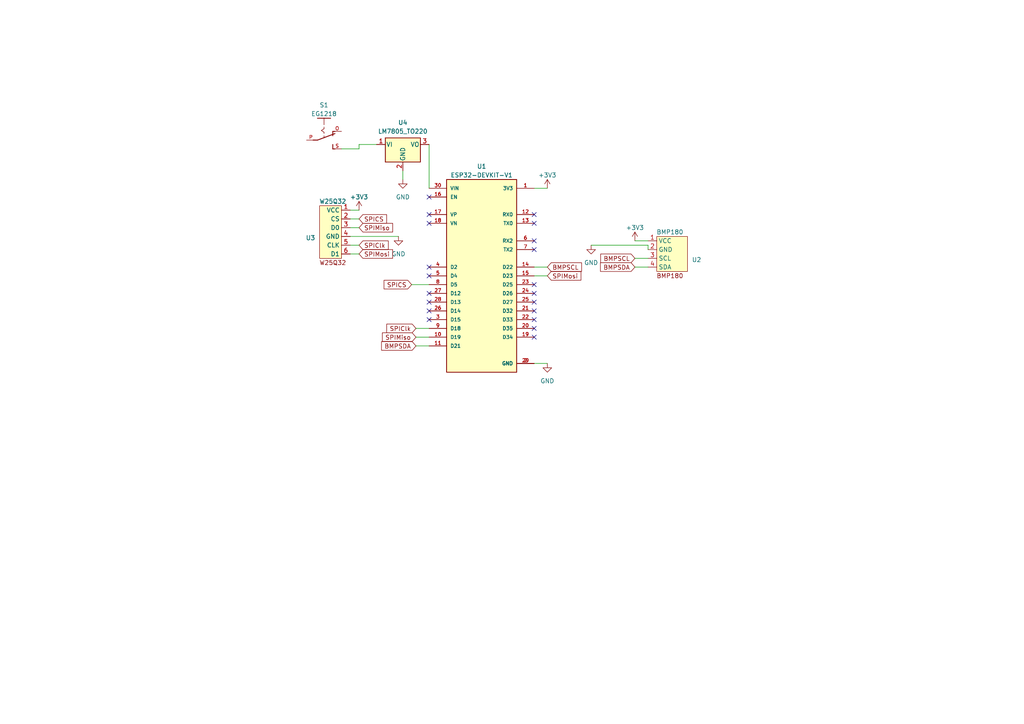
<source format=kicad_sch>
(kicad_sch (version 20230121) (generator eeschema)

  (uuid dfc17b42-3f68-4c36-889f-a163e1b4a301)

  (paper "A4")

  (title_block
    (title "Altímetro ")
    (date "2023-03-17")
    (rev "00")
    (company "Potiguar Rocket Design")
    (comment 1 "Renan de Aquino")
  )

  (lib_symbols
    (symbol "BMP180_1" (in_bom yes) (on_board yes)
      (property "Reference" "U" (at 0 6.35 0)
        (effects (font (size 1.27 1.27)))
      )
      (property "Value" "" (at -5.08 3.81 0)
        (effects (font (size 1.27 1.27)))
      )
      (property "Footprint" "" (at -5.08 3.81 0)
        (effects (font (size 1.27 1.27)) hide)
      )
      (property "Datasheet" "" (at -5.08 3.81 0)
        (effects (font (size 1.27 1.27)) hide)
      )
      (symbol "BMP180_1_0_1"
        (rectangle (start -2.54 5.08) (end 6.35 -5.08)
          (stroke (width 0) (type default))
          (fill (type background))
        )
        (text "BMP180" (at 1.27 -6.35 0)
          (effects (font (size 1.27 1.27)))
        )
      )
      (symbol "BMP180_1_1_1"
        (pin input line (at -5.08 3.81 0) (length 2.54)
          (name "VCC" (effects (font (size 1.27 1.27))))
          (number "1" (effects (font (size 1.27 1.27))))
        )
        (pin input line (at -5.08 1.27 0) (length 2.54)
          (name "GND" (effects (font (size 1.27 1.27))))
          (number "2" (effects (font (size 1.27 1.27))))
        )
        (pin input line (at -5.08 -1.27 0) (length 2.54)
          (name "SCL" (effects (font (size 1.27 1.27))))
          (number "3" (effects (font (size 1.27 1.27))))
        )
        (pin input line (at -5.08 -3.81 0) (length 2.54)
          (name "SDA" (effects (font (size 1.27 1.27))))
          (number "4" (effects (font (size 1.27 1.27))))
        )
      )
    )
    (symbol "ESP32-DEVKIT-V1_1" (pin_names (offset 1.016)) (in_bom yes) (on_board yes)
      (property "Reference" "U" (at -1.27 36.83 0)
        (effects (font (size 1.27 1.27)) (justify left top))
      )
      (property "Value" "ESP32-DEVKIT-V1" (at -10.16 -30.48 0)
        (effects (font (size 1.27 1.27)) (justify left bottom))
      )
      (property "Footprint" "MODULE_ESP32_DEVKIT_V1" (at 0 31.75 0)
        (effects (font (size 1.27 1.27)) (justify bottom) hide)
      )
      (property "Datasheet" "" (at 0 0 0)
        (effects (font (size 1.27 1.27)) hide)
      )
      (property "STANDARD" "Manufacturer Recommendations" (at 0 -35.56 0)
        (effects (font (size 1.27 1.27)) (justify bottom) hide)
      )
      (property "MAXIMUM_PACKAGE_HEIGHT" "6.8 mm" (at 7.62 -38.1 0)
        (effects (font (size 1.27 1.27)) (justify bottom) hide)
      )
      (property "PARTREV" "N/A" (at 0 39.37 0)
        (effects (font (size 1.27 1.27)) (justify bottom) hide)
      )
      (property "MANUFACTURER" "DOIT" (at -3.81 -38.1 0)
        (effects (font (size 1.27 1.27)) (justify bottom) hide)
      )
      (symbol "ESP32-DEVKIT-V1_1_0_0"
        (rectangle (start -10.16 27.94) (end 10.16 -27.94)
          (stroke (width 0.254) (type default))
          (fill (type background))
        )
        (pin output line (at 15.24 25.4 180) (length 5.08)
          (name "3V3" (effects (font (size 1.016 1.016))))
          (number "1" (effects (font (size 1.016 1.016))))
        )
        (pin bidirectional line (at -15.24 -17.78 0) (length 5.08)
          (name "D19" (effects (font (size 1.016 1.016))))
          (number "10" (effects (font (size 1.016 1.016))))
        )
        (pin bidirectional line (at -15.24 -20.32 0) (length 5.08)
          (name "D21" (effects (font (size 1.016 1.016))))
          (number "11" (effects (font (size 1.016 1.016))))
        )
        (pin input line (at 15.24 17.78 180) (length 5.08)
          (name "RX0" (effects (font (size 1.016 1.016))))
          (number "12" (effects (font (size 1.016 1.016))))
        )
        (pin output line (at 15.24 15.24 180) (length 5.08)
          (name "TX0" (effects (font (size 1.016 1.016))))
          (number "13" (effects (font (size 1.016 1.016))))
        )
        (pin bidirectional line (at 15.24 2.54 180) (length 5.08)
          (name "D22" (effects (font (size 1.016 1.016))))
          (number "14" (effects (font (size 1.016 1.016))))
        )
        (pin bidirectional line (at 15.24 0 180) (length 5.08)
          (name "D23" (effects (font (size 1.016 1.016))))
          (number "15" (effects (font (size 1.016 1.016))))
        )
        (pin input line (at -15.24 22.86 0) (length 5.08)
          (name "EN" (effects (font (size 1.016 1.016))))
          (number "16" (effects (font (size 1.016 1.016))))
        )
        (pin bidirectional line (at -15.24 17.78 0) (length 5.08)
          (name "VP" (effects (font (size 1.016 1.016))))
          (number "17" (effects (font (size 1.016 1.016))))
        )
        (pin bidirectional line (at -15.24 15.24 0) (length 5.08)
          (name "VN" (effects (font (size 1.016 1.016))))
          (number "18" (effects (font (size 1.016 1.016))))
        )
        (pin bidirectional line (at 15.24 -17.78 180) (length 5.08)
          (name "D34" (effects (font (size 1.016 1.016))))
          (number "19" (effects (font (size 1.016 1.016))))
        )
        (pin power_in line (at 15.24 -25.4 180) (length 5.08)
          (name "GND" (effects (font (size 1.016 1.016))))
          (number "2" (effects (font (size 1.016 1.016))))
        )
        (pin bidirectional line (at 15.24 -15.24 180) (length 5.08)
          (name "D35" (effects (font (size 1.016 1.016))))
          (number "20" (effects (font (size 1.016 1.016))))
        )
        (pin bidirectional line (at 15.24 -10.16 180) (length 5.08)
          (name "D32" (effects (font (size 1.016 1.016))))
          (number "21" (effects (font (size 1.016 1.016))))
        )
        (pin bidirectional line (at 15.24 -12.7 180) (length 5.08)
          (name "D33" (effects (font (size 1.016 1.016))))
          (number "22" (effects (font (size 1.016 1.016))))
        )
        (pin bidirectional line (at 15.24 -2.54 180) (length 5.08)
          (name "D25" (effects (font (size 1.016 1.016))))
          (number "23" (effects (font (size 1.016 1.016))))
        )
        (pin bidirectional line (at 15.24 -5.08 180) (length 5.08)
          (name "D26" (effects (font (size 1.016 1.016))))
          (number "24" (effects (font (size 1.016 1.016))))
        )
        (pin bidirectional line (at 15.24 -7.62 180) (length 5.08)
          (name "D27" (effects (font (size 1.016 1.016))))
          (number "25" (effects (font (size 1.016 1.016))))
        )
        (pin bidirectional line (at -15.24 -10.16 0) (length 5.08)
          (name "D14" (effects (font (size 1.016 1.016))))
          (number "26" (effects (font (size 1.016 1.016))))
        )
        (pin bidirectional line (at -15.24 -5.08 0) (length 5.08)
          (name "D12" (effects (font (size 1.016 1.016))))
          (number "27" (effects (font (size 1.016 1.016))))
        )
        (pin bidirectional line (at -15.24 -7.62 0) (length 5.08)
          (name "D13" (effects (font (size 1.016 1.016))))
          (number "28" (effects (font (size 1.016 1.016))))
        )
        (pin power_in line (at 15.24 -25.4 180) (length 5.08)
          (name "GND" (effects (font (size 1.016 1.016))))
          (number "29" (effects (font (size 1.016 1.016))))
        )
        (pin bidirectional line (at -15.24 -12.7 0) (length 5.08)
          (name "D15" (effects (font (size 1.016 1.016))))
          (number "3" (effects (font (size 1.016 1.016))))
        )
        (pin input line (at -15.24 25.4 0) (length 5.08)
          (name "VIN" (effects (font (size 1.016 1.016))))
          (number "30" (effects (font (size 1.016 1.016))))
        )
        (pin bidirectional line (at -15.24 2.54 0) (length 5.08)
          (name "D2" (effects (font (size 1.016 1.016))))
          (number "4" (effects (font (size 1.016 1.016))))
        )
        (pin bidirectional line (at -15.24 0 0) (length 5.08)
          (name "D4" (effects (font (size 1.016 1.016))))
          (number "5" (effects (font (size 1.016 1.016))))
        )
        (pin input line (at 15.24 10.16 180) (length 5.08)
          (name "RX2" (effects (font (size 1.016 1.016))))
          (number "6" (effects (font (size 1.016 1.016))))
        )
        (pin output line (at 15.24 7.62 180) (length 5.08)
          (name "TX2" (effects (font (size 1.016 1.016))))
          (number "7" (effects (font (size 1.016 1.016))))
        )
        (pin bidirectional line (at -15.24 -2.54 0) (length 5.08)
          (name "D5" (effects (font (size 1.016 1.016))))
          (number "8" (effects (font (size 1.016 1.016))))
        )
        (pin bidirectional line (at -15.24 -15.24 0) (length 5.08)
          (name "D18" (effects (font (size 1.016 1.016))))
          (number "9" (effects (font (size 1.016 1.016))))
        )
      )
    )
    (symbol "Regulator_Linear:LM7805_TO220" (pin_names (offset 0.254)) (in_bom yes) (on_board yes)
      (property "Reference" "U" (at -3.81 3.175 0)
        (effects (font (size 1.27 1.27)))
      )
      (property "Value" "LM7805_TO220" (at 0 3.175 0)
        (effects (font (size 1.27 1.27)) (justify left))
      )
      (property "Footprint" "Package_TO_SOT_THT:TO-220-3_Vertical" (at 0 5.715 0)
        (effects (font (size 1.27 1.27) italic) hide)
      )
      (property "Datasheet" "https://www.onsemi.cn/PowerSolutions/document/MC7800-D.PDF" (at 0 -1.27 0)
        (effects (font (size 1.27 1.27)) hide)
      )
      (property "ki_keywords" "Voltage Regulator 1A Positive" (at 0 0 0)
        (effects (font (size 1.27 1.27)) hide)
      )
      (property "ki_description" "Positive 1A 35V Linear Regulator, Fixed Output 5V, TO-220" (at 0 0 0)
        (effects (font (size 1.27 1.27)) hide)
      )
      (property "ki_fp_filters" "TO?220*" (at 0 0 0)
        (effects (font (size 1.27 1.27)) hide)
      )
      (symbol "LM7805_TO220_0_1"
        (rectangle (start -5.08 1.905) (end 5.08 -5.08)
          (stroke (width 0.254) (type default))
          (fill (type background))
        )
      )
      (symbol "LM7805_TO220_1_1"
        (pin power_in line (at -7.62 0 0) (length 2.54)
          (name "VI" (effects (font (size 1.27 1.27))))
          (number "1" (effects (font (size 1.27 1.27))))
        )
        (pin power_in line (at 0 -7.62 90) (length 2.54)
          (name "GND" (effects (font (size 1.27 1.27))))
          (number "2" (effects (font (size 1.27 1.27))))
        )
        (pin power_out line (at 7.62 0 180) (length 2.54)
          (name "VO" (effects (font (size 1.27 1.27))))
          (number "3" (effects (font (size 1.27 1.27))))
        )
      )
    )
    (symbol "W25Q32_1" (in_bom yes) (on_board yes)
      (property "Reference" "U" (at 0 5.08 0)
        (effects (font (size 1.27 1.27)))
      )
      (property "Value" "" (at 0 0 0)
        (effects (font (size 1.27 1.27)))
      )
      (property "Footprint" "" (at 0 0 0)
        (effects (font (size 1.27 1.27)) hide)
      )
      (property "Datasheet" "" (at 0 0 0)
        (effects (font (size 1.27 1.27)) hide)
      )
      (symbol "W25Q32_1_0_1"
        (rectangle (start 1.27 3.81) (end 7.62 -11.43)
          (stroke (width 0) (type default))
          (fill (type background))
        )
        (text "W25Q32" (at 3.81 -12.7 0)
          (effects (font (size 1.27 1.27)))
        )
      )
      (symbol "W25Q32_1_1_1"
        (pin input line (at -1.27 2.54 0) (length 2.54)
          (name "VCC" (effects (font (size 1.27 1.27))))
          (number "1" (effects (font (size 1.27 1.27))))
        )
        (pin input line (at -1.27 0 0) (length 2.54)
          (name "CS" (effects (font (size 1.27 1.27))))
          (number "2" (effects (font (size 1.27 1.27))))
        )
        (pin input line (at -1.27 -2.54 0) (length 2.54)
          (name "D0" (effects (font (size 1.27 1.27))))
          (number "3" (effects (font (size 1.27 1.27))))
        )
        (pin input line (at -1.27 -5.08 0) (length 2.54)
          (name "GND" (effects (font (size 1.27 1.27))))
          (number "4" (effects (font (size 1.27 1.27))))
        )
        (pin input line (at -1.27 -7.62 0) (length 2.54)
          (name "CLK" (effects (font (size 1.27 1.27))))
          (number "5" (effects (font (size 1.27 1.27))))
        )
        (pin input line (at -1.27 -10.16 0) (length 2.54)
          (name "D1" (effects (font (size 1.27 1.27))))
          (number "6" (effects (font (size 1.27 1.27))))
        )
      )
    )
    (symbol "componentes_altprd:EG1218" (pin_names (offset 1.016)) (in_bom yes) (on_board yes)
      (property "Reference" "S" (at 0.635 -3.81 0)
        (effects (font (size 1.27 1.27)) (justify left bottom))
      )
      (property "Value" "EG1218" (at 1.905 8.89 0)
        (effects (font (size 1.27 1.27)) (justify left bottom))
      )
      (property "Footprint" "EG1218" (at 0 -5.08 0)
        (effects (font (size 1.27 1.27)) (justify bottom) hide)
      )
      (property "Datasheet" "" (at -1.27 5.08 90)
        (effects (font (size 1.27 1.27)) hide)
      )
      (symbol "EG1218_0_0"
        (polyline
          (pts
            (xy -4.445 2.54)
            (xy -3.175 2.54)
          )
          (stroke (width 0.254) (type default))
          (fill (type none))
        )
        (polyline
          (pts
            (xy -3.175 2.54)
            (xy 1.905 4.445)
          )
          (stroke (width 0.254) (type default))
          (fill (type none))
        )
        (polyline
          (pts
            (xy -2.032 5.334)
            (xy -1.27 4.826)
          )
          (stroke (width 0.1524) (type default))
          (fill (type none))
        )
        (polyline
          (pts
            (xy -1.27 3.81)
            (xy -1.27 3.175)
          )
          (stroke (width 0.1524) (type default))
          (fill (type none))
        )
        (polyline
          (pts
            (xy -1.27 4.826)
            (xy -1.27 4.445)
          )
          (stroke (width 0.1524) (type default))
          (fill (type none))
        )
        (polyline
          (pts
            (xy -1.27 5.842)
            (xy -2.032 5.334)
          )
          (stroke (width 0.1524) (type default))
          (fill (type none))
        )
        (polyline
          (pts
            (xy -1.27 6.35)
            (xy -1.27 5.842)
          )
          (stroke (width 0.1524) (type default))
          (fill (type none))
        )
        (polyline
          (pts
            (xy -1.27 8.89)
            (xy -3.175 8.89)
          )
          (stroke (width 0.254) (type default))
          (fill (type none))
        )
        (polyline
          (pts
            (xy -1.27 8.89)
            (xy -1.27 6.985)
          )
          (stroke (width 0.1524) (type default))
          (fill (type none))
        )
        (polyline
          (pts
            (xy 0.635 8.89)
            (xy -1.27 8.89)
          )
          (stroke (width 0.254) (type default))
          (fill (type none))
        )
        (polyline
          (pts
            (xy 1.27 0)
            (xy 1.905 0)
          )
          (stroke (width 0.254) (type default))
          (fill (type none))
        )
        (polyline
          (pts
            (xy 1.27 1.27)
            (xy 1.27 0)
          )
          (stroke (width 0.254) (type default))
          (fill (type none))
        )
        (polyline
          (pts
            (xy 1.27 5.08)
            (xy 1.27 3.81)
          )
          (stroke (width 0.254) (type default))
          (fill (type none))
        )
        (polyline
          (pts
            (xy 1.27 5.08)
            (xy 1.905 5.08)
          )
          (stroke (width 0.254) (type default))
          (fill (type none))
        )
        (pin passive line (at 3.81 5.08 180) (length 2.54)
          (name "~" (effects (font (size 1.016 1.016))))
          (number "O" (effects (font (size 1.016 1.016))))
        )
        (pin passive line (at -6.35 2.54 0) (length 2.54)
          (name "~" (effects (font (size 1.016 1.016))))
          (number "P" (effects (font (size 1.016 1.016))))
        )
        (pin passive line (at 3.81 0 180) (length 2.54)
          (name "~" (effects (font (size 1.016 1.016))))
          (number "S" (effects (font (size 1.016 1.016))))
        )
      )
    )
    (symbol "power:+3V3" (power) (pin_names (offset 0)) (in_bom yes) (on_board yes)
      (property "Reference" "#PWR" (at 0 -3.81 0)
        (effects (font (size 1.27 1.27)) hide)
      )
      (property "Value" "+3V3" (at 0 3.556 0)
        (effects (font (size 1.27 1.27)))
      )
      (property "Footprint" "" (at 0 0 0)
        (effects (font (size 1.27 1.27)) hide)
      )
      (property "Datasheet" "" (at 0 0 0)
        (effects (font (size 1.27 1.27)) hide)
      )
      (property "ki_keywords" "global power" (at 0 0 0)
        (effects (font (size 1.27 1.27)) hide)
      )
      (property "ki_description" "Power symbol creates a global label with name \"+3V3\"" (at 0 0 0)
        (effects (font (size 1.27 1.27)) hide)
      )
      (symbol "+3V3_0_1"
        (polyline
          (pts
            (xy -0.762 1.27)
            (xy 0 2.54)
          )
          (stroke (width 0) (type default))
          (fill (type none))
        )
        (polyline
          (pts
            (xy 0 0)
            (xy 0 2.54)
          )
          (stroke (width 0) (type default))
          (fill (type none))
        )
        (polyline
          (pts
            (xy 0 2.54)
            (xy 0.762 1.27)
          )
          (stroke (width 0) (type default))
          (fill (type none))
        )
      )
      (symbol "+3V3_1_1"
        (pin power_in line (at 0 0 90) (length 0) hide
          (name "+3V3" (effects (font (size 1.27 1.27))))
          (number "1" (effects (font (size 1.27 1.27))))
        )
      )
    )
    (symbol "power:GND" (power) (pin_names (offset 0)) (in_bom yes) (on_board yes)
      (property "Reference" "#PWR" (at 0 -6.35 0)
        (effects (font (size 1.27 1.27)) hide)
      )
      (property "Value" "GND" (at 0 -3.81 0)
        (effects (font (size 1.27 1.27)))
      )
      (property "Footprint" "" (at 0 0 0)
        (effects (font (size 1.27 1.27)) hide)
      )
      (property "Datasheet" "" (at 0 0 0)
        (effects (font (size 1.27 1.27)) hide)
      )
      (property "ki_keywords" "global power" (at 0 0 0)
        (effects (font (size 1.27 1.27)) hide)
      )
      (property "ki_description" "Power symbol creates a global label with name \"GND\" , ground" (at 0 0 0)
        (effects (font (size 1.27 1.27)) hide)
      )
      (symbol "GND_0_1"
        (polyline
          (pts
            (xy 0 0)
            (xy 0 -1.27)
            (xy 1.27 -1.27)
            (xy 0 -2.54)
            (xy -1.27 -1.27)
            (xy 0 -1.27)
          )
          (stroke (width 0) (type default))
          (fill (type none))
        )
      )
      (symbol "GND_1_1"
        (pin power_in line (at 0 0 270) (length 0) hide
          (name "GND" (effects (font (size 1.27 1.27))))
          (number "1" (effects (font (size 1.27 1.27))))
        )
      )
    )
  )


  (no_connect (at 124.46 85.09) (uuid 03036451-7ee9-4219-8a97-37a95cd4119d))
  (no_connect (at 154.94 82.55) (uuid 09a6e000-11a0-4cc3-9f6e-2af5a0917224))
  (no_connect (at 124.46 87.63) (uuid 16e3021a-d099-4c85-8daf-eaef6aa60dd5))
  (no_connect (at 154.94 97.79) (uuid 3279d5ba-d6dd-4ff7-a89b-e3c5d3366992))
  (no_connect (at 154.94 87.63) (uuid 44944788-bfed-435c-b2ab-7ebda509e2db))
  (no_connect (at 154.94 64.77) (uuid 47aa3e0d-b253-4c3d-82b9-b26784facc52))
  (no_connect (at 154.94 90.17) (uuid 66bca95a-b43a-4563-a882-a92951e3b38a))
  (no_connect (at 154.94 72.39) (uuid 7c8836a9-6003-42d4-ae0e-b33160c822b5))
  (no_connect (at 124.46 90.17) (uuid 8486dd27-ebca-4150-9b0b-bdb8fe8d7972))
  (no_connect (at 154.94 85.09) (uuid 9c6f7b87-8516-4ef3-89cb-a53e994bd47f))
  (no_connect (at 124.46 92.71) (uuid 9fac59bf-e02d-4f0f-8cb5-313038371caa))
  (no_connect (at 124.46 62.23) (uuid a07d0231-089f-485f-8418-f95110a48a46))
  (no_connect (at 154.94 62.23) (uuid a2c71d99-0e8d-44e3-8054-168413afe457))
  (no_connect (at 124.46 64.77) (uuid aa4ec6bd-f409-46fd-ae6c-4588f14cf58e))
  (no_connect (at 124.46 80.01) (uuid ceafd288-c423-4fc9-9864-62ac422ee68f))
  (no_connect (at 154.94 69.85) (uuid d4ac17fa-db16-4cbf-93b9-75e639ad0efe))
  (no_connect (at 124.46 57.15) (uuid db30cadd-a1a4-488c-b890-7d2cbd9b3829))
  (no_connect (at 154.94 95.25) (uuid ddda7e3e-1ff9-452a-8a3a-561649079ad7))
  (no_connect (at 124.46 77.47) (uuid fbff5890-e4ba-46fc-830a-1ea07a56bbab))
  (no_connect (at 154.94 92.71) (uuid ff1f07d9-14d7-46e8-86fc-b63a70008fde))

  (wire (pts (xy 120.65 97.79) (xy 124.46 97.79))
    (stroke (width 0) (type default))
    (uuid 00601d8b-b9d9-40c2-bc90-347807e8ceea)
  )
  (wire (pts (xy 104.14 41.91) (xy 109.22 41.91))
    (stroke (width 0) (type default))
    (uuid 0642beac-3ce4-4342-83a8-60f704d1b4fe)
  )
  (wire (pts (xy 120.65 100.33) (xy 124.46 100.33))
    (stroke (width 0) (type default))
    (uuid 0de656e6-8ff3-49e4-a389-37c866d2d551)
  )
  (wire (pts (xy 154.94 80.01) (xy 158.75 80.01))
    (stroke (width 0) (type default))
    (uuid 17fdb60c-e1fb-4624-9da4-e9d9619eb375)
  )
  (wire (pts (xy 171.45 71.12) (xy 187.96 71.12))
    (stroke (width 0) (type default))
    (uuid 224a6e02-78a3-461b-a165-b04936ac21c8)
  )
  (wire (pts (xy 101.6 66.04) (xy 104.14 66.04))
    (stroke (width 0) (type default))
    (uuid 3c58195b-2584-49a7-a828-1b9a39835429)
  )
  (wire (pts (xy 184.15 69.85) (xy 187.96 69.85))
    (stroke (width 0) (type default))
    (uuid 40e8ac3f-ce0e-43ee-a32f-1f74be93873c)
  )
  (wire (pts (xy 116.84 49.53) (xy 116.84 52.07))
    (stroke (width 0) (type default))
    (uuid 4128e235-898b-42e7-8142-034813005155)
  )
  (wire (pts (xy 104.14 43.18) (xy 104.14 41.91))
    (stroke (width 0) (type default))
    (uuid 5ecb00a7-7cda-45c3-b5b0-aa0b97e06105)
  )
  (wire (pts (xy 101.6 63.5) (xy 104.14 63.5))
    (stroke (width 0) (type default))
    (uuid 6e20bd3e-6f6e-42f1-beb0-04e1a33f0e1a)
  )
  (wire (pts (xy 101.6 71.12) (xy 104.14 71.12))
    (stroke (width 0) (type default))
    (uuid 7f6028ae-33e3-4daa-9220-da15eab613a5)
  )
  (wire (pts (xy 187.96 71.12) (xy 187.96 72.39))
    (stroke (width 0) (type default))
    (uuid 8429e02a-c108-40ab-9974-9239bbcc648c)
  )
  (wire (pts (xy 101.6 68.58) (xy 115.57 68.58))
    (stroke (width 0) (type default))
    (uuid a04d52fd-a923-430c-b73a-678a884a6da9)
  )
  (wire (pts (xy 184.15 77.47) (xy 187.96 77.47))
    (stroke (width 0) (type default))
    (uuid a9e20ef5-530f-493a-9832-18c797422fbd)
  )
  (wire (pts (xy 101.6 60.96) (xy 104.14 60.96))
    (stroke (width 0) (type default))
    (uuid b6a4a9f9-6f12-467a-9732-c2e9b21a98e1)
  )
  (wire (pts (xy 99.06 43.18) (xy 104.14 43.18))
    (stroke (width 0) (type default))
    (uuid c2df5d52-655e-403f-886f-8391dc1eb21d)
  )
  (wire (pts (xy 124.46 41.91) (xy 124.46 54.61))
    (stroke (width 0) (type default))
    (uuid d104a9fc-cb80-4e40-b81f-4077220d1555)
  )
  (wire (pts (xy 120.65 95.25) (xy 124.46 95.25))
    (stroke (width 0) (type default))
    (uuid d8ecf6c2-30a7-4972-99c9-9c569dea74e4)
  )
  (wire (pts (xy 119.38 82.55) (xy 124.46 82.55))
    (stroke (width 0) (type default))
    (uuid dcd66fdc-e4cc-492f-ad6d-1d8f71a6515b)
  )
  (wire (pts (xy 184.15 74.93) (xy 187.96 74.93))
    (stroke (width 0) (type default))
    (uuid e688c0ed-2286-497d-b4bd-e8c6da859d19)
  )
  (wire (pts (xy 154.94 105.41) (xy 158.75 105.41))
    (stroke (width 0) (type default))
    (uuid e9a6d6a9-eefa-44fb-888a-dffc61a3c976)
  )
  (wire (pts (xy 154.94 77.47) (xy 158.75 77.47))
    (stroke (width 0) (type default))
    (uuid f52c898a-f39f-42c8-bd64-1948ae224165)
  )
  (wire (pts (xy 154.94 54.61) (xy 158.75 54.61))
    (stroke (width 0) (type default))
    (uuid fcc7ce18-018d-46ce-afaf-3ce4ebb66a1b)
  )
  (wire (pts (xy 101.6 73.66) (xy 104.14 73.66))
    (stroke (width 0) (type default))
    (uuid fe313ccf-2606-45c0-a5fb-8b6520843ddc)
  )

  (global_label "SPIMosi" (shape input) (at 158.75 80.01 0) (fields_autoplaced)
    (effects (font (size 1.27 1.27)) (justify left))
    (uuid 0027181a-e7ee-4a8a-9259-36c150165baa)
    (property "Intersheetrefs" "${INTERSHEET_REFS}" (at 168.4807 79.9306 0)
      (effects (font (size 1.27 1.27)) (justify left) hide)
    )
  )
  (global_label "BMPSDA" (shape input) (at 120.65 100.33 180) (fields_autoplaced)
    (effects (font (size 1.27 1.27)) (justify right))
    (uuid 143dd477-306a-4155-83b5-e3073223ecba)
    (property "Intersheetrefs" "${INTERSHEET_REFS}" (at 110.6774 100.2506 0)
      (effects (font (size 1.27 1.27)) (justify right) hide)
    )
  )
  (global_label "SPIClk" (shape input) (at 104.14 71.12 0) (fields_autoplaced)
    (effects (font (size 1.27 1.27)) (justify left))
    (uuid 3d5beb25-6811-4f60-be23-ad8a1e7d1de4)
    (property "Intersheetrefs" "${INTERSHEET_REFS}" (at 112.6007 71.0406 0)
      (effects (font (size 1.27 1.27)) (justify left) hide)
    )
  )
  (global_label "SPIMiso" (shape input) (at 104.14 66.04 0) (fields_autoplaced)
    (effects (font (size 1.27 1.27)) (justify left))
    (uuid 5dda16a0-a6b1-49c3-8c32-f1aa12fca6a0)
    (property "Intersheetrefs" "${INTERSHEET_REFS}" (at 113.8707 65.9606 0)
      (effects (font (size 1.27 1.27)) (justify left) hide)
    )
  )
  (global_label "SPIClk" (shape input) (at 120.65 95.25 180) (fields_autoplaced)
    (effects (font (size 1.27 1.27)) (justify right))
    (uuid 66e7281c-9144-4ce4-bb38-74949bd8da8f)
    (property "Intersheetrefs" "${INTERSHEET_REFS}" (at 112.1893 95.3294 0)
      (effects (font (size 1.27 1.27)) (justify right) hide)
    )
  )
  (global_label "SPICS" (shape input) (at 104.14 63.5 0) (fields_autoplaced)
    (effects (font (size 1.27 1.27)) (justify left))
    (uuid 71c8afd9-cadc-4454-8655-6084a1ac431d)
    (property "Intersheetrefs" "${INTERSHEET_REFS}" (at 112.1169 63.4206 0)
      (effects (font (size 1.27 1.27)) (justify left) hide)
    )
  )
  (global_label "BMPSCL" (shape input) (at 184.15 74.93 180) (fields_autoplaced)
    (effects (font (size 1.27 1.27)) (justify right))
    (uuid 898e8135-778e-41e7-8d8e-57c809402c9a)
    (property "Intersheetrefs" "${INTERSHEET_REFS}" (at 174.2379 74.8506 0)
      (effects (font (size 1.27 1.27)) (justify right) hide)
    )
  )
  (global_label "BMPSDA" (shape input) (at 184.15 77.47 180) (fields_autoplaced)
    (effects (font (size 1.27 1.27)) (justify right))
    (uuid 90744705-45e8-4494-9576-060c97cbf8e5)
    (property "Intersheetrefs" "${INTERSHEET_REFS}" (at 174.1774 77.3906 0)
      (effects (font (size 1.27 1.27)) (justify right) hide)
    )
  )
  (global_label "BMPSCL" (shape input) (at 158.75 77.47 0) (fields_autoplaced)
    (effects (font (size 1.27 1.27)) (justify left))
    (uuid 97b198da-4826-437b-b174-b8dbee5256a7)
    (property "Intersheetrefs" "${INTERSHEET_REFS}" (at 168.6621 77.5494 0)
      (effects (font (size 1.27 1.27)) (justify left) hide)
    )
  )
  (global_label "SPICS" (shape input) (at 119.38 82.55 180) (fields_autoplaced)
    (effects (font (size 1.27 1.27)) (justify right))
    (uuid 9bc61814-41c2-4940-904e-42aa513f8cde)
    (property "Intersheetrefs" "${INTERSHEET_REFS}" (at 111.4031 82.6294 0)
      (effects (font (size 1.27 1.27)) (justify right) hide)
    )
  )
  (global_label "SPIMosi" (shape input) (at 104.14 73.66 0) (fields_autoplaced)
    (effects (font (size 1.27 1.27)) (justify left))
    (uuid c2f27ee8-5077-4902-96f6-3f0d573d3bd8)
    (property "Intersheetrefs" "${INTERSHEET_REFS}" (at 113.8707 73.5806 0)
      (effects (font (size 1.27 1.27)) (justify left) hide)
    )
  )
  (global_label "SPIMiso" (shape input) (at 120.65 97.79 180) (fields_autoplaced)
    (effects (font (size 1.27 1.27)) (justify right))
    (uuid f18bbaa5-21f7-46a8-97f6-004f5b7839a3)
    (property "Intersheetrefs" "${INTERSHEET_REFS}" (at 110.9193 97.8694 0)
      (effects (font (size 1.27 1.27)) (justify right) hide)
    )
  )

  (symbol (lib_id "power:GND") (at 116.84 52.07 0) (unit 1)
    (in_bom yes) (on_board yes) (dnp no) (fields_autoplaced)
    (uuid 26c8a8a4-823d-46a9-bc81-96d44700c439)
    (property "Reference" "#PWR01" (at 116.84 58.42 0)
      (effects (font (size 1.27 1.27)) hide)
    )
    (property "Value" "GND" (at 116.84 57.15 0)
      (effects (font (size 1.27 1.27)))
    )
    (property "Footprint" "" (at 116.84 52.07 0)
      (effects (font (size 1.27 1.27)) hide)
    )
    (property "Datasheet" "" (at 116.84 52.07 0)
      (effects (font (size 1.27 1.27)) hide)
    )
    (pin "1" (uuid a5510e6d-678d-48e1-9fed-44a18e4963ca))
    (instances
      (project "AltPRDv0"
        (path "/dfc17b42-3f68-4c36-889f-a163e1b4a301"
          (reference "#PWR01") (unit 1)
        )
      )
    )
  )

  (symbol (lib_id "componentes_altprd:EG1218") (at 95.25 43.18 0) (unit 1)
    (in_bom yes) (on_board yes) (dnp no) (fields_autoplaced)
    (uuid 42189915-97b7-4b02-be01-ea3a51b12827)
    (property "Reference" "S1" (at 93.98 30.48 0)
      (effects (font (size 1.27 1.27)))
    )
    (property "Value" "EG1218" (at 93.98 33.02 0)
      (effects (font (size 1.27 1.27)))
    )
    (property "Footprint" "componentes_altprd:EG1218" (at 95.25 48.26 0)
      (effects (font (size 1.27 1.27)) (justify bottom) hide)
    )
    (property "Datasheet" "" (at 93.98 38.1 90)
      (effects (font (size 1.27 1.27)) hide)
    )
    (pin "O" (uuid e52b00ad-388c-495a-88a2-5e27e6817fdc))
    (pin "P" (uuid 107b9c91-e766-4f5a-81f5-32c691c7003c))
    (pin "S" (uuid f0fff558-a0e0-4dec-9469-f662efa24b3f))
    (instances
      (project "AltPRDv0"
        (path "/dfc17b42-3f68-4c36-889f-a163e1b4a301"
          (reference "S1") (unit 1)
        )
      )
    )
  )

  (symbol (lib_id "power:GND") (at 171.45 71.12 0) (unit 1)
    (in_bom yes) (on_board yes) (dnp no) (fields_autoplaced)
    (uuid 594532fd-2d37-4198-892b-b01dd7a9f29f)
    (property "Reference" "#PWR05" (at 171.45 77.47 0)
      (effects (font (size 1.27 1.27)) hide)
    )
    (property "Value" "GND" (at 171.45 76.2 0)
      (effects (font (size 1.27 1.27)))
    )
    (property "Footprint" "" (at 171.45 71.12 0)
      (effects (font (size 1.27 1.27)) hide)
    )
    (property "Datasheet" "" (at 171.45 71.12 0)
      (effects (font (size 1.27 1.27)) hide)
    )
    (pin "1" (uuid a49d2ee7-9e88-4085-a20c-2ee148a8cfd3))
    (instances
      (project "AltPRDv0"
        (path "/dfc17b42-3f68-4c36-889f-a163e1b4a301"
          (reference "#PWR05") (unit 1)
        )
      )
    )
  )

  (symbol (lib_name "ESP32-DEVKIT-V1_1") (lib_id "ESP32-DEVKIT-V1:ESP32-DEVKIT-V1") (at 139.7 80.01 0) (unit 1)
    (in_bom yes) (on_board yes) (dnp no) (fields_autoplaced)
    (uuid 5ac77135-7ea7-4e7c-9f5d-2b650a28077c)
    (property "Reference" "U1" (at 139.7 48.26 0)
      (effects (font (size 1.27 1.27)))
    )
    (property "Value" "ESP32-DEVKIT-V1" (at 139.7 50.8 0)
      (effects (font (size 1.27 1.27)))
    )
    (property "Footprint" "componentes_altprd:MODULE_ESP32_DEVKIT_V1" (at 139.7 48.26 0)
      (effects (font (size 1.27 1.27)) (justify bottom) hide)
    )
    (property "Datasheet" "" (at 139.7 80.01 0)
      (effects (font (size 1.27 1.27)) hide)
    )
    (property "STANDARD" "Manufacturer Recommendations" (at 139.7 115.57 0)
      (effects (font (size 1.27 1.27)) (justify bottom) hide)
    )
    (property "MAXIMUM_PACKAGE_HEIGHT" "6.8 mm" (at 147.32 118.11 0)
      (effects (font (size 1.27 1.27)) (justify bottom) hide)
    )
    (property "PARTREV" "N/A" (at 139.7 40.64 0)
      (effects (font (size 1.27 1.27)) (justify bottom) hide)
    )
    (property "MANUFACTURER" "DOIT" (at 135.89 118.11 0)
      (effects (font (size 1.27 1.27)) (justify bottom) hide)
    )
    (pin "1" (uuid bdad7bc4-8a97-48e1-97bb-76432bf06d2f))
    (pin "10" (uuid ede02ff2-3111-4d1f-b5c7-5b73f963549c))
    (pin "11" (uuid 97f0de41-639d-41fc-8670-094fa37d3fe6))
    (pin "12" (uuid 00cff2f4-2bc9-4c58-a901-239b986e4e26))
    (pin "13" (uuid db896a90-5d5e-4f8f-8e25-2a3b5dd04680))
    (pin "14" (uuid 9c709663-e32f-4beb-9b16-6d7127cd3dfd))
    (pin "15" (uuid 2bf70d7e-f5ce-4b4d-b28b-8d7ba37acc3b))
    (pin "16" (uuid 66767305-8666-4145-8d77-7382d247dfbd))
    (pin "17" (uuid b610e3d5-6106-4e29-be8c-6578079279f5))
    (pin "18" (uuid 221f6240-a99a-4d4d-a78a-64c84675beec))
    (pin "19" (uuid 74a8609b-ad8f-4101-89b6-57f2a181a3af))
    (pin "2" (uuid 96b550f0-1bec-4d8a-a72a-561cd6e8c9ba))
    (pin "20" (uuid d71b22d1-1581-4d8c-b1d8-f64388fdd1cd))
    (pin "21" (uuid 3c94b430-bdc0-4689-bc6b-9cff260588d7))
    (pin "22" (uuid 257e9e0e-bdb9-4302-9674-48338c6003b4))
    (pin "23" (uuid 76ae3b26-f409-4908-ac80-0125ad20c11b))
    (pin "24" (uuid 94e62a7a-eb8d-453a-afe1-355496fec104))
    (pin "25" (uuid 847d19e7-4d0b-4019-ba31-da1854f4bb73))
    (pin "26" (uuid c99751c1-e7ae-472f-b911-98c7feab0825))
    (pin "27" (uuid cf27f3ec-791b-4bb1-8cff-e11030e56a40))
    (pin "28" (uuid b877d89e-5e3e-4ec9-9b1c-506b1efd05af))
    (pin "29" (uuid 30e039ad-deae-43c7-84ae-740e891f1141))
    (pin "3" (uuid 33382911-648f-4a1e-9356-e7c92e5a4aa7))
    (pin "30" (uuid 5b5083c6-7fa3-401f-97ea-8295589f6c14))
    (pin "4" (uuid 5d89a49a-ab26-48ec-9a64-0c0248f58278))
    (pin "5" (uuid 22b1a3f6-60ee-46b5-a81f-6508a688d8e4))
    (pin "6" (uuid e40bb840-358e-4863-9269-037929188681))
    (pin "7" (uuid 3ef7e2ad-799d-41f1-805e-86307f2633e0))
    (pin "8" (uuid f3a8cf1c-c234-47fc-9b58-ca4eaeb57efc))
    (pin "9" (uuid 1926c1fb-8a55-4ad8-a3bf-2a8d90c167b1))
    (instances
      (project "AltPRDv0"
        (path "/dfc17b42-3f68-4c36-889f-a163e1b4a301"
          (reference "U1") (unit 1)
        )
      )
    )
  )

  (symbol (lib_name "W25Q32_1") (lib_id "componentes_altprd:W25Q32") (at 100.33 63.5 0) (mirror y) (unit 1)
    (in_bom yes) (on_board yes) (dnp no)
    (uuid 69757b17-c881-4ed8-855c-407dbbfb4844)
    (property "Reference" "U3" (at 91.44 68.9967 0)
      (effects (font (size 1.27 1.27)) (justify left))
    )
    (property "Value" "W25Q32" (at 96.52 58.42 0)
      (effects (font (size 1.27 1.27)))
    )
    (property "Footprint" "componentes_altprd:W25Q32" (at 100.33 63.5 0)
      (effects (font (size 1.27 1.27)) hide)
    )
    (property "Datasheet" "" (at 100.33 63.5 0)
      (effects (font (size 1.27 1.27)) hide)
    )
    (pin "1" (uuid f43a32f7-67fa-41a1-ae1d-ab5dd5918838))
    (pin "2" (uuid 21b240cf-dbb9-4079-8128-93a811a5756b))
    (pin "3" (uuid 42335423-f408-4fe5-b51f-08adfddef761))
    (pin "4" (uuid 5ae7381c-d900-4444-9bfc-109d78033604))
    (pin "5" (uuid 549acb96-3119-4280-8e59-d94d896cc56b))
    (pin "6" (uuid 1ffc19f6-fb62-4f10-8bf2-d593686d3baa))
    (instances
      (project "AltPRDv0"
        (path "/dfc17b42-3f68-4c36-889f-a163e1b4a301"
          (reference "U3") (unit 1)
        )
      )
    )
  )

  (symbol (lib_id "power:+3V3") (at 104.14 60.96 0) (unit 1)
    (in_bom yes) (on_board yes) (dnp no) (fields_autoplaced)
    (uuid 7c16c1e6-2d23-49af-b834-52948bbe5bc8)
    (property "Reference" "#PWR03" (at 104.14 64.77 0)
      (effects (font (size 1.27 1.27)) hide)
    )
    (property "Value" "+3V3" (at 104.14 57.15 0)
      (effects (font (size 1.27 1.27)))
    )
    (property "Footprint" "" (at 104.14 60.96 0)
      (effects (font (size 1.27 1.27)) hide)
    )
    (property "Datasheet" "" (at 104.14 60.96 0)
      (effects (font (size 1.27 1.27)) hide)
    )
    (pin "1" (uuid b425c1d3-1943-4ef7-8229-84cea4cae6eb))
    (instances
      (project "AltPRDv0"
        (path "/dfc17b42-3f68-4c36-889f-a163e1b4a301"
          (reference "#PWR03") (unit 1)
        )
      )
    )
  )

  (symbol (lib_name "BMP180_1") (lib_id "componentes_altprd:BMP180") (at 193.04 73.66 0) (unit 1)
    (in_bom yes) (on_board yes) (dnp no)
    (uuid 95aaf00e-c5e7-45e1-8538-b14a06168c5a)
    (property "Reference" "U2" (at 200.66 75.3467 0)
      (effects (font (size 1.27 1.27)) (justify left))
    )
    (property "Value" "BMP180" (at 194.31 67.31 0)
      (effects (font (size 1.27 1.27)))
    )
    (property "Footprint" "componentes_altprd:BMP180" (at 187.96 69.85 0)
      (effects (font (size 1.27 1.27)) hide)
    )
    (property "Datasheet" "" (at 187.96 69.85 0)
      (effects (font (size 1.27 1.27)) hide)
    )
    (pin "1" (uuid f03b388a-058e-49dc-8fe1-56d437ce1be9))
    (pin "2" (uuid 7244d162-4d4b-4400-a11c-acded8a90ef1))
    (pin "3" (uuid a6e506a7-8620-4824-9651-eb08c002ad57))
    (pin "4" (uuid cabce7f5-4aec-4206-b043-e5cf1c3e3b9e))
    (instances
      (project "AltPRDv0"
        (path "/dfc17b42-3f68-4c36-889f-a163e1b4a301"
          (reference "U2") (unit 1)
        )
      )
    )
  )

  (symbol (lib_id "power:+3V3") (at 158.75 54.61 0) (unit 1)
    (in_bom yes) (on_board yes) (dnp no) (fields_autoplaced)
    (uuid 98888e52-4d35-452b-9664-0f3a575e1ac4)
    (property "Reference" "#PWR07" (at 158.75 58.42 0)
      (effects (font (size 1.27 1.27)) hide)
    )
    (property "Value" "+3V3" (at 158.75 50.8 0)
      (effects (font (size 1.27 1.27)))
    )
    (property "Footprint" "" (at 158.75 54.61 0)
      (effects (font (size 1.27 1.27)) hide)
    )
    (property "Datasheet" "" (at 158.75 54.61 0)
      (effects (font (size 1.27 1.27)) hide)
    )
    (pin "1" (uuid 3c2d19be-c05e-4e61-9256-6a65ba054a60))
    (instances
      (project "AltPRDv0"
        (path "/dfc17b42-3f68-4c36-889f-a163e1b4a301"
          (reference "#PWR07") (unit 1)
        )
      )
    )
  )

  (symbol (lib_id "power:GND") (at 158.75 105.41 0) (unit 1)
    (in_bom yes) (on_board yes) (dnp no) (fields_autoplaced)
    (uuid a9c1c73c-bcef-4968-8a83-806f45be5d1b)
    (property "Reference" "#PWR06" (at 158.75 111.76 0)
      (effects (font (size 1.27 1.27)) hide)
    )
    (property "Value" "GND" (at 158.75 110.49 0)
      (effects (font (size 1.27 1.27)))
    )
    (property "Footprint" "" (at 158.75 105.41 0)
      (effects (font (size 1.27 1.27)) hide)
    )
    (property "Datasheet" "" (at 158.75 105.41 0)
      (effects (font (size 1.27 1.27)) hide)
    )
    (pin "1" (uuid 19774568-0b8c-4ddb-bdc8-e1d70a9ab26d))
    (instances
      (project "AltPRDv0"
        (path "/dfc17b42-3f68-4c36-889f-a163e1b4a301"
          (reference "#PWR06") (unit 1)
        )
      )
    )
  )

  (symbol (lib_id "power:GND") (at 115.57 68.58 0) (unit 1)
    (in_bom yes) (on_board yes) (dnp no) (fields_autoplaced)
    (uuid c3813632-a3aa-47b8-92f8-8c3789fe4a29)
    (property "Reference" "#PWR02" (at 115.57 74.93 0)
      (effects (font (size 1.27 1.27)) hide)
    )
    (property "Value" "GND" (at 115.57 73.66 0)
      (effects (font (size 1.27 1.27)))
    )
    (property "Footprint" "" (at 115.57 68.58 0)
      (effects (font (size 1.27 1.27)) hide)
    )
    (property "Datasheet" "" (at 115.57 68.58 0)
      (effects (font (size 1.27 1.27)) hide)
    )
    (pin "1" (uuid 9160e685-b922-494d-98d0-3d775422df3f))
    (instances
      (project "AltPRDv0"
        (path "/dfc17b42-3f68-4c36-889f-a163e1b4a301"
          (reference "#PWR02") (unit 1)
        )
      )
    )
  )

  (symbol (lib_id "Regulator_Linear:LM7805_TO220") (at 116.84 41.91 0) (unit 1)
    (in_bom yes) (on_board yes) (dnp no) (fields_autoplaced)
    (uuid ed743beb-be5d-4757-8348-8ff0d8de64da)
    (property "Reference" "U4" (at 116.84 35.56 0)
      (effects (font (size 1.27 1.27)))
    )
    (property "Value" "LM7805_TO220" (at 116.84 38.1 0)
      (effects (font (size 1.27 1.27)))
    )
    (property "Footprint" "Package_TO_SOT_THT:TO-220-3_Vertical" (at 116.84 36.195 0)
      (effects (font (size 1.27 1.27) italic) hide)
    )
    (property "Datasheet" "https://www.onsemi.cn/PowerSolutions/document/MC7800-D.PDF" (at 116.84 43.18 0)
      (effects (font (size 1.27 1.27)) hide)
    )
    (pin "1" (uuid 5352f4aa-d25c-409e-a22c-682383b55a12))
    (pin "2" (uuid 720636d1-5239-4adb-8753-f6f5268156d0))
    (pin "3" (uuid 821be3c9-ff93-40f8-86dc-ca04a1ef92de))
    (instances
      (project "AltPRDv0"
        (path "/dfc17b42-3f68-4c36-889f-a163e1b4a301"
          (reference "U4") (unit 1)
        )
      )
    )
  )

  (symbol (lib_id "power:+3V3") (at 184.15 69.85 0) (unit 1)
    (in_bom yes) (on_board yes) (dnp no) (fields_autoplaced)
    (uuid ef59da87-3b41-46da-84f6-5f9c49b48da4)
    (property "Reference" "#PWR04" (at 184.15 73.66 0)
      (effects (font (size 1.27 1.27)) hide)
    )
    (property "Value" "+3V3" (at 184.15 66.04 0)
      (effects (font (size 1.27 1.27)))
    )
    (property "Footprint" "" (at 184.15 69.85 0)
      (effects (font (size 1.27 1.27)) hide)
    )
    (property "Datasheet" "" (at 184.15 69.85 0)
      (effects (font (size 1.27 1.27)) hide)
    )
    (pin "1" (uuid 091fb5b5-257b-4dd4-a101-bd56f65a961e))
    (instances
      (project "AltPRDv0"
        (path "/dfc17b42-3f68-4c36-889f-a163e1b4a301"
          (reference "#PWR04") (unit 1)
        )
      )
    )
  )

  (sheet_instances
    (path "/" (page "1"))
  )
)

</source>
